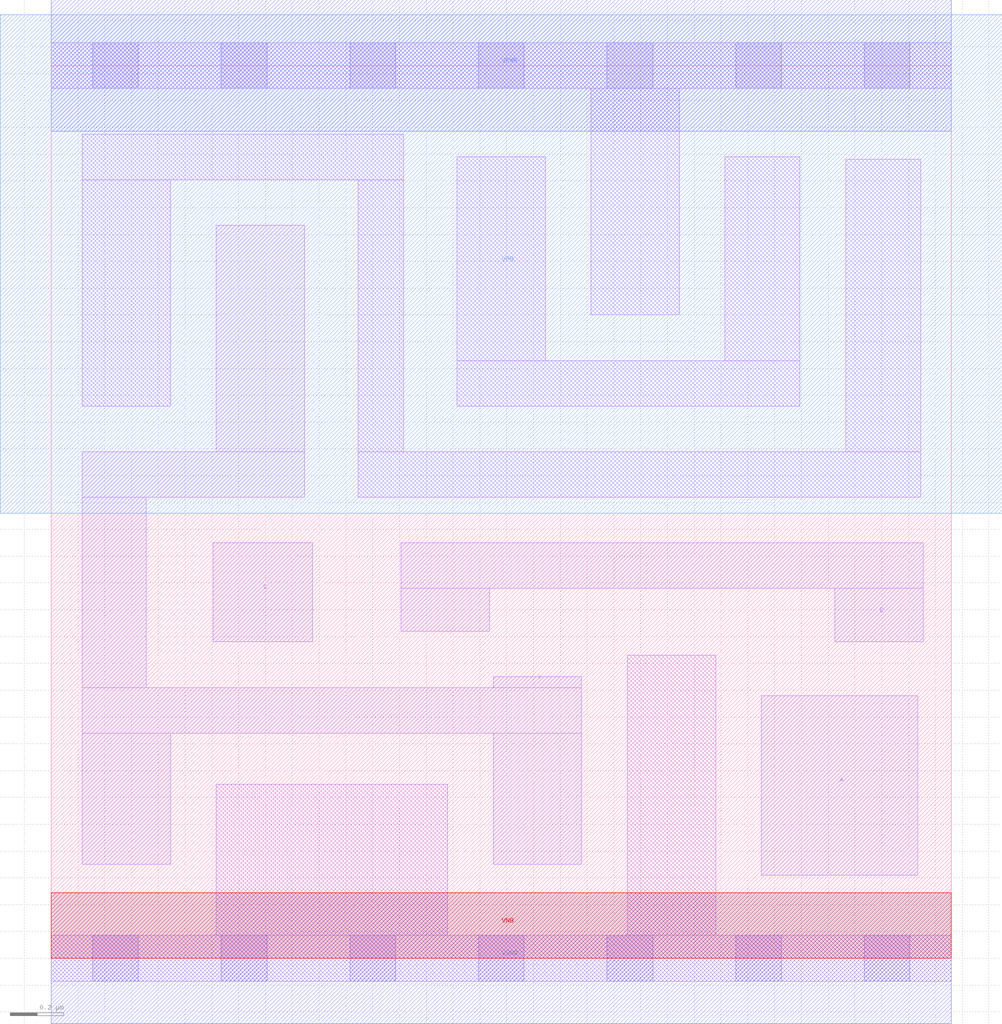
<source format=lef>
# Copyright 2020 The SkyWater PDK Authors
#
# Licensed under the Apache License, Version 2.0 (the "License");
# you may not use this file except in compliance with the License.
# You may obtain a copy of the License at
#
#     https://www.apache.org/licenses/LICENSE-2.0
#
# Unless required by applicable law or agreed to in writing, software
# distributed under the License is distributed on an "AS IS" BASIS,
# WITHOUT WARRANTIES OR CONDITIONS OF ANY KIND, either express or implied.
# See the License for the specific language governing permissions and
# limitations under the License.
#
# SPDX-License-Identifier: Apache-2.0

VERSION 5.7 ;
  NOWIREEXTENSIONATPIN ON ;
  DIVIDERCHAR "/" ;
  BUSBITCHARS "[]" ;
MACRO sky130_fd_sc_ls__nor3_2
  CLASS CORE ;
  FOREIGN sky130_fd_sc_ls__nor3_2 ;
  ORIGIN  0.000000  0.000000 ;
  SIZE  3.360000 BY  3.330000 ;
  SYMMETRY X Y ;
  SITE unit ;
  PIN A
    ANTENNAGATEAREA  0.447000 ;
    DIRECTION INPUT ;
    USE SIGNAL ;
    PORT
      LAYER li1 ;
        RECT 2.650000 0.310000 3.235000 0.980000 ;
    END
  END A
  PIN B
    ANTENNAGATEAREA  0.447000 ;
    DIRECTION INPUT ;
    USE SIGNAL ;
    PORT
      LAYER li1 ;
        RECT 1.305000 1.220000 1.635000 1.380000 ;
        RECT 1.305000 1.380000 3.255000 1.550000 ;
        RECT 2.925000 1.180000 3.255000 1.380000 ;
    END
  END B
  PIN C
    ANTENNAGATEAREA  0.447000 ;
    DIRECTION INPUT ;
    USE SIGNAL ;
    PORT
      LAYER li1 ;
        RECT 0.605000 1.180000 0.975000 1.550000 ;
    END
  END C
  PIN Y
    ANTENNADIFFAREA  0.861900 ;
    DIRECTION OUTPUT ;
    USE SIGNAL ;
    PORT
      LAYER li1 ;
        RECT 0.115000 0.350000 0.445000 0.840000 ;
        RECT 0.115000 0.840000 1.980000 1.010000 ;
        RECT 0.115000 1.010000 0.355000 1.720000 ;
        RECT 0.115000 1.720000 0.945000 1.890000 ;
        RECT 0.615000 1.890000 0.945000 2.735000 ;
        RECT 1.650000 0.350000 1.980000 0.840000 ;
        RECT 1.650000 1.010000 1.980000 1.050000 ;
    END
  END Y
  PIN VGND
    DIRECTION INOUT ;
    SHAPE ABUTMENT ;
    USE GROUND ;
    PORT
      LAYER met1 ;
        RECT 0.000000 -0.245000 3.360000 0.245000 ;
    END
  END VGND
  PIN VNB
    DIRECTION INOUT ;
    USE GROUND ;
    PORT
      LAYER pwell ;
        RECT 0.000000 0.000000 3.360000 0.245000 ;
    END
  END VNB
  PIN VPB
    DIRECTION INOUT ;
    USE POWER ;
    PORT
      LAYER nwell ;
        RECT -0.190000 1.660000 3.550000 3.520000 ;
    END
  END VPB
  PIN VPWR
    DIRECTION INOUT ;
    SHAPE ABUTMENT ;
    USE POWER ;
    PORT
      LAYER met1 ;
        RECT 0.000000 3.085000 3.360000 3.575000 ;
    END
  END VPWR
  OBS
    LAYER li1 ;
      RECT 0.000000 -0.085000 3.360000 0.085000 ;
      RECT 0.000000  3.245000 3.360000 3.415000 ;
      RECT 0.115000  2.060000 0.445000 2.905000 ;
      RECT 0.115000  2.905000 1.315000 3.075000 ;
      RECT 0.615000  0.085000 1.480000 0.650000 ;
      RECT 1.145000  1.720000 3.245000 1.890000 ;
      RECT 1.145000  1.890000 1.315000 2.905000 ;
      RECT 1.515000  2.060000 2.795000 2.230000 ;
      RECT 1.515000  2.230000 1.845000 2.990000 ;
      RECT 2.015000  2.400000 2.345000 3.245000 ;
      RECT 2.150000  0.085000 2.480000 1.130000 ;
      RECT 2.515000  2.230000 2.795000 2.990000 ;
      RECT 2.965000  1.890000 3.245000 2.980000 ;
    LAYER mcon ;
      RECT 0.155000 -0.085000 0.325000 0.085000 ;
      RECT 0.155000  3.245000 0.325000 3.415000 ;
      RECT 0.635000 -0.085000 0.805000 0.085000 ;
      RECT 0.635000  3.245000 0.805000 3.415000 ;
      RECT 1.115000 -0.085000 1.285000 0.085000 ;
      RECT 1.115000  3.245000 1.285000 3.415000 ;
      RECT 1.595000 -0.085000 1.765000 0.085000 ;
      RECT 1.595000  3.245000 1.765000 3.415000 ;
      RECT 2.075000 -0.085000 2.245000 0.085000 ;
      RECT 2.075000  3.245000 2.245000 3.415000 ;
      RECT 2.555000 -0.085000 2.725000 0.085000 ;
      RECT 2.555000  3.245000 2.725000 3.415000 ;
      RECT 3.035000 -0.085000 3.205000 0.085000 ;
      RECT 3.035000  3.245000 3.205000 3.415000 ;
  END
END sky130_fd_sc_ls__nor3_2
END LIBRARY

</source>
